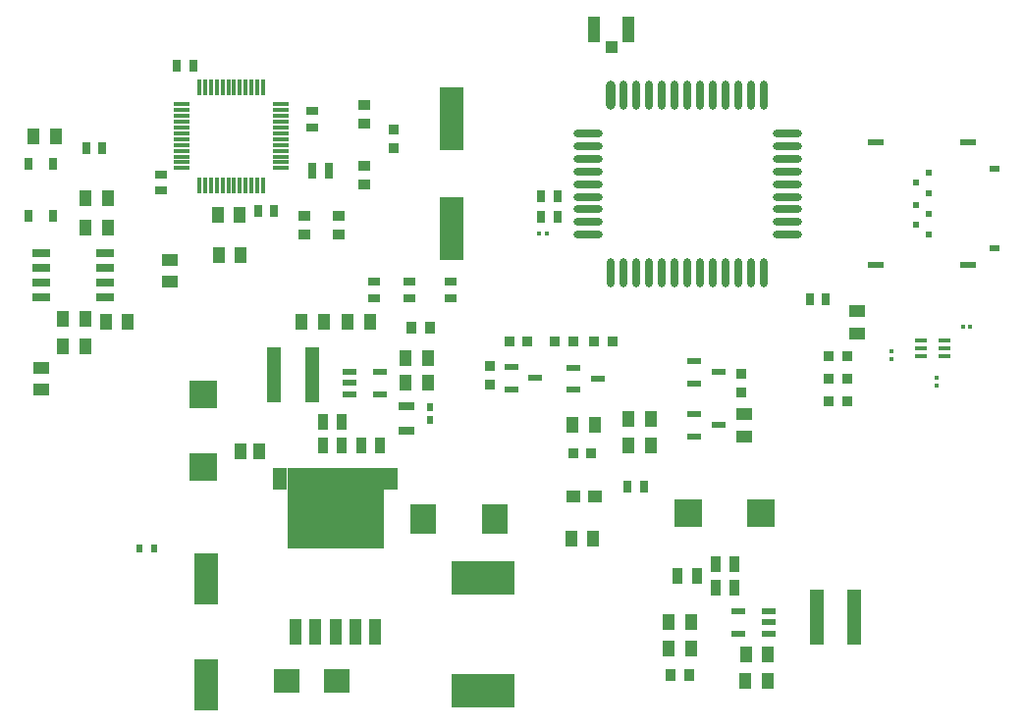
<source format=gtp>
G04*
G04 #@! TF.GenerationSoftware,Altium Limited,Altium Designer,23.0.1 (38)*
G04*
G04 Layer_Color=8421504*
%FSLAX44Y44*%
%MOMM*%
G71*
G04*
G04 #@! TF.SameCoordinates,185929F6-D6CA-45C1-83F6-0EDFB83A3BC2*
G04*
G04*
G04 #@! TF.FilePolarity,Positive*
G04*
G01*
G75*
%ADD16R,1.2000X0.6000*%
%ADD17R,2.0000X5.5000*%
%ADD18O,0.7000X2.5000*%
%ADD19O,2.5000X0.7000*%
%ADD20O,0.8000X2.5000*%
%ADD21R,1.0000X1.4500*%
%ADD22R,1.2300X0.6000*%
%ADD23R,0.7800X0.9900*%
%ADD24R,0.9500X0.9000*%
%ADD25R,1.4500X1.0000*%
%ADD26R,1.4750X0.3000*%
%ADD27R,0.3000X1.4750*%
%ADD28R,0.6000X0.6000*%
%ADD29R,0.9000X0.5000*%
%ADD30R,1.4000X0.6000*%
%ADD31R,0.6000X0.7500*%
%ADD32R,2.3700X2.4300*%
%ADD33R,2.1000X4.5000*%
%ADD34R,2.2500X2.0500*%
%ADD35R,1.0200X2.1600*%
%ADD36R,8.3300X6.9900*%
%ADD37R,1.2350X1.9100*%
%ADD38R,1.0000X1.4000*%
%ADD39R,0.9500X1.0000*%
%ADD40R,0.9400X1.4300*%
%ADD41R,0.4200X0.4600*%
%ADD42R,1.2500X0.6000*%
%ADD43R,1.0200X1.4700*%
%ADD44R,0.9000X0.9500*%
%ADD45R,1.1000X0.4000*%
%ADD46R,0.9500X0.9500*%
%ADD47R,0.4600X0.4200*%
%ADD48R,0.9900X0.7800*%
%ADD49R,1.0000X0.9500*%
%ADD50R,0.7000X1.0000*%
%ADD51R,1.5500X0.6500*%
%ADD52R,0.7500X1.4000*%
%ADD53R,2.4300X2.3700*%
%ADD54R,1.0000X1.0500*%
%ADD55R,1.0500X2.2000*%
%ADD56R,2.3000X2.5000*%
%ADD57R,1.3500X0.8000*%
%ADD58R,1.2500X4.7000*%
%ADD59R,0.5500X0.8000*%
%ADD60R,1.2000X1.0500*%
%ADD61R,5.4000X2.9000*%
D16*
X301960Y309935D02*
D03*
Y300435D02*
D03*
Y290935D02*
D03*
X327960D02*
D03*
Y309935D02*
D03*
X663240Y84480D02*
D03*
Y93980D02*
D03*
Y103480D02*
D03*
X637240D02*
D03*
Y84480D02*
D03*
D17*
X390002Y433504D02*
D03*
Y528505D02*
D03*
D18*
X527267Y395776D02*
D03*
X538267D02*
D03*
X549267D02*
D03*
X560267D02*
D03*
X571267D02*
D03*
X582267D02*
D03*
X593267D02*
D03*
X604267D02*
D03*
X615267D02*
D03*
X626267D02*
D03*
X637267D02*
D03*
X648267D02*
D03*
X659267D02*
D03*
Y548776D02*
D03*
X648267D02*
D03*
X637267D02*
D03*
X626267D02*
D03*
X615267D02*
D03*
X604267D02*
D03*
X593267D02*
D03*
X582267D02*
D03*
X571267D02*
D03*
X560267D02*
D03*
X549267D02*
D03*
X538267D02*
D03*
D19*
X679267Y428276D02*
D03*
Y439276D02*
D03*
Y450276D02*
D03*
Y461276D02*
D03*
Y472276D02*
D03*
Y483276D02*
D03*
Y494276D02*
D03*
Y505276D02*
D03*
Y516276D02*
D03*
X507267D02*
D03*
Y505276D02*
D03*
Y494276D02*
D03*
Y483276D02*
D03*
Y472276D02*
D03*
Y461276D02*
D03*
Y450276D02*
D03*
Y439276D02*
D03*
Y428276D02*
D03*
D20*
X527267Y548776D02*
D03*
D21*
X561340Y269240D02*
D03*
X542340D02*
D03*
X561340Y246380D02*
D03*
X542340D02*
D03*
X208002Y410805D02*
D03*
X189002D02*
D03*
X577240Y93980D02*
D03*
X596240D02*
D03*
X662280Y43180D02*
D03*
X643280D02*
D03*
X662456Y66383D02*
D03*
X643456D02*
D03*
X207194Y445987D02*
D03*
X188194D02*
D03*
X279400Y353060D02*
D03*
X260400D02*
D03*
X93320Y434340D02*
D03*
X74320D02*
D03*
X110440Y353060D02*
D03*
X91440D02*
D03*
X74320Y459740D02*
D03*
X93320D02*
D03*
X54660Y332223D02*
D03*
X73660D02*
D03*
Y355600D02*
D03*
X54660D02*
D03*
X29250Y513080D02*
D03*
X48250D02*
D03*
X369282Y322361D02*
D03*
X350281D02*
D03*
X350207Y300776D02*
D03*
X369207D02*
D03*
X319380Y353060D02*
D03*
X300380D02*
D03*
D22*
X599000Y273660D02*
D03*
Y254660D02*
D03*
X620200Y264160D02*
D03*
X599000Y319380D02*
D03*
Y300380D02*
D03*
X620200Y309880D02*
D03*
D23*
X541640Y210820D02*
D03*
X555640D02*
D03*
X712410Y373017D02*
D03*
X698410D02*
D03*
X480874Y443684D02*
D03*
X466874D02*
D03*
Y461295D02*
D03*
X480874D02*
D03*
X88468Y503301D02*
D03*
X74468D02*
D03*
X166766Y574040D02*
D03*
X152766D02*
D03*
X222870Y448818D02*
D03*
X236870D02*
D03*
D24*
X639359Y308619D02*
D03*
Y292619D02*
D03*
X422349Y315251D02*
D03*
Y299251D02*
D03*
X339472Y503004D02*
D03*
Y519004D02*
D03*
D25*
X642366Y273660D02*
D03*
Y254660D02*
D03*
X739140Y343560D02*
D03*
Y362560D02*
D03*
X146980Y406877D02*
D03*
Y387877D02*
D03*
X35647Y313950D02*
D03*
Y294950D02*
D03*
D26*
X157265Y490951D02*
D03*
Y485951D02*
D03*
Y495951D02*
D03*
Y500951D02*
D03*
Y505951D02*
D03*
Y510951D02*
D03*
Y515951D02*
D03*
Y520951D02*
D03*
Y525951D02*
D03*
Y530951D02*
D03*
Y535951D02*
D03*
Y540951D02*
D03*
X242025D02*
D03*
Y535951D02*
D03*
Y530951D02*
D03*
Y525951D02*
D03*
Y520951D02*
D03*
Y515951D02*
D03*
Y510951D02*
D03*
Y505951D02*
D03*
Y500951D02*
D03*
Y495951D02*
D03*
Y490951D02*
D03*
Y485951D02*
D03*
D27*
X227145Y471072D02*
D03*
X222145D02*
D03*
X217145D02*
D03*
X212145D02*
D03*
X207145D02*
D03*
X202145D02*
D03*
X197145D02*
D03*
X192145D02*
D03*
X187145D02*
D03*
X182145D02*
D03*
X177145D02*
D03*
X172145D02*
D03*
Y555831D02*
D03*
X177145D02*
D03*
X182145D02*
D03*
X187145D02*
D03*
X192145D02*
D03*
X197145D02*
D03*
X202145D02*
D03*
X207145D02*
D03*
X212145D02*
D03*
X217145D02*
D03*
X222145D02*
D03*
X227145D02*
D03*
D28*
X790400Y437320D02*
D03*
Y454220D02*
D03*
Y473320D02*
D03*
X801000Y446320D02*
D03*
Y464320D02*
D03*
Y482320D02*
D03*
Y428320D02*
D03*
D29*
X857600Y417220D02*
D03*
Y485320D02*
D03*
D30*
X755100Y402320D02*
D03*
Y508320D02*
D03*
X835100Y402320D02*
D03*
Y508320D02*
D03*
D31*
X370840Y268820D02*
D03*
Y279820D02*
D03*
D32*
X593640Y187960D02*
D03*
X656040D02*
D03*
D33*
X177666Y131276D02*
D03*
Y40276D02*
D03*
D34*
X247740Y43180D02*
D03*
X290740D02*
D03*
D35*
X255446Y85751D02*
D03*
X272446D02*
D03*
X289446D02*
D03*
X306446D02*
D03*
X323446D02*
D03*
D36*
X289446Y192501D02*
D03*
D37*
X337271Y217901D02*
D03*
X241621D02*
D03*
D38*
X577240Y71120D02*
D03*
X596240D02*
D03*
X493957Y264553D02*
D03*
X512957D02*
D03*
X492947Y165959D02*
D03*
X511947D02*
D03*
D39*
X594740Y48260D02*
D03*
X578740D02*
D03*
X371220Y347980D02*
D03*
X355220D02*
D03*
D40*
X601253Y133874D02*
D03*
X584853D02*
D03*
X617260Y124000D02*
D03*
X633660D02*
D03*
X617260Y144320D02*
D03*
X633660D02*
D03*
X278820Y266700D02*
D03*
X295220D02*
D03*
X278820Y246380D02*
D03*
X295220D02*
D03*
X328240D02*
D03*
X311840D02*
D03*
D41*
X768860Y327660D02*
D03*
Y321060D02*
D03*
X807619Y305234D02*
D03*
Y298634D02*
D03*
D42*
X494755Y313756D02*
D03*
Y294656D02*
D03*
X515755Y304206D02*
D03*
X462092Y304731D02*
D03*
X441092Y295181D02*
D03*
Y314281D02*
D03*
D43*
X224000Y241300D02*
D03*
X207800D02*
D03*
D44*
X731196Y284836D02*
D03*
X715196D02*
D03*
X731196Y304206D02*
D03*
X715196D02*
D03*
X731196Y324083D02*
D03*
X715196D02*
D03*
X455342Y336141D02*
D03*
X439342D02*
D03*
X512371Y336743D02*
D03*
X528371D02*
D03*
X494765D02*
D03*
X478765D02*
D03*
D45*
X814541Y336833D02*
D03*
Y330333D02*
D03*
Y323833D02*
D03*
X794541D02*
D03*
Y330333D02*
D03*
Y336833D02*
D03*
D46*
X509697Y239754D02*
D03*
X494697D02*
D03*
D47*
X472060Y429863D02*
D03*
X465460D02*
D03*
X830586Y349118D02*
D03*
X837186D02*
D03*
D48*
X322514Y388000D02*
D03*
Y374000D02*
D03*
X353060Y388000D02*
D03*
Y374000D02*
D03*
X388620Y388000D02*
D03*
Y374000D02*
D03*
X269240Y521320D02*
D03*
Y535320D02*
D03*
X139236Y480445D02*
D03*
Y466445D02*
D03*
D49*
X314010Y487906D02*
D03*
Y471906D02*
D03*
Y524602D02*
D03*
Y540602D02*
D03*
X292100Y444500D02*
D03*
Y428500D02*
D03*
X262473Y444487D02*
D03*
Y428487D02*
D03*
D50*
X46310Y489860D02*
D03*
Y444860D02*
D03*
X24810Y489860D02*
D03*
Y444860D02*
D03*
D51*
X35978Y374672D02*
D03*
Y387372D02*
D03*
Y400072D02*
D03*
Y412772D02*
D03*
X90978D02*
D03*
Y400072D02*
D03*
Y387372D02*
D03*
Y374672D02*
D03*
D52*
X269332Y484098D02*
D03*
X283832D02*
D03*
D53*
X175260Y290280D02*
D03*
Y227880D02*
D03*
D54*
X527383Y590013D02*
D03*
D55*
X542133Y605262D02*
D03*
X512633D02*
D03*
D56*
X426921Y183498D02*
D03*
X364921D02*
D03*
D57*
X350624Y280387D02*
D03*
Y259387D02*
D03*
D58*
X269240Y307340D02*
D03*
X236740D02*
D03*
X704299Y98370D02*
D03*
X736799D02*
D03*
D59*
X133250Y157480D02*
D03*
X120750D02*
D03*
D60*
X513505Y202427D02*
D03*
X494505D02*
D03*
D61*
X416560Y35320D02*
D03*
Y132320D02*
D03*
M02*

</source>
